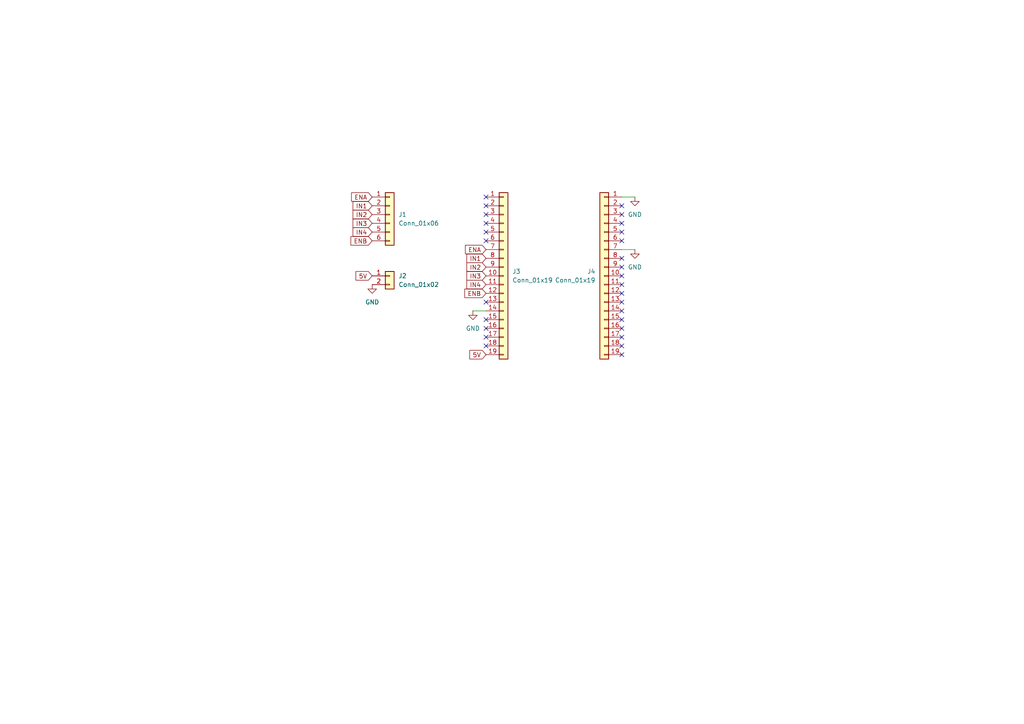
<source format=kicad_sch>
(kicad_sch (version 20231120) (generator "eeschema") (generator_version "8.0")
  (paper "A4")
  (lib_symbols
    (symbol "Connector_Generic:Conn_01x02" (pin_names (offset 1.016) hide)
      (property "Reference" "J" (at 0 2.54 0))
      (property "Value" "Conn_01x02" (at 0 -5.08 0))
      (symbol "Conn_01x02_1_1"
        (rectangle (start -1.27 -2.413) (end 0 -2.667) (stroke (width 0.1524)))
        (rectangle (start -1.27 0.127) (end 0 -0.127) (stroke (width 0.1524)))
        (rectangle (start -1.27 1.27) (end 1.27 -3.81) (stroke (width 0.254)) (fill (type background)))
        (pin passive line (at -5.08 0 0) (length 3.81) (name "Pin_1") (number "1"))
        (pin passive line (at -5.08 -2.54 0) (length 3.81) (name "Pin_2") (number "2"))
      )
    )
    (symbol "Connector_Generic:Conn_01x06" (pin_names (offset 1.016) hide)
      (property "Reference" "J" (at 0 7.62 0))
      (property "Value" "Conn_01x06" (at 0 -10.16 0))
      (symbol "Conn_01x06_1_1"
        (rectangle (start -1.27 -7.493) (end 0 -7.747) (stroke (width 0.1524)))
        (rectangle (start -1.27 -4.953) (end 0 -5.207) (stroke (width 0.1524)))
        (rectangle (start -1.27 -2.413) (end 0 -2.667) (stroke (width 0.1524)))
        (rectangle (start -1.27 0.127) (end 0 -0.127) (stroke (width 0.1524)))
        (rectangle (start -1.27 2.667) (end 0 2.413) (stroke (width 0.1524)))
        (rectangle (start -1.27 5.207) (end 0 4.953) (stroke (width 0.1524)))
        (rectangle (start -1.27 6.35) (end 1.27 -8.89) (stroke (width 0.254)) (fill (type background)))
        (pin passive line (at -5.08 5.08 0) (length 3.81) (name "Pin_1") (number "1"))
        (pin passive line (at -5.08 2.54 0) (length 3.81) (name "Pin_2") (number "2"))
        (pin passive line (at -5.08 0 0) (length 3.81) (name "Pin_3") (number "3"))
        (pin passive line (at -5.08 -2.54 0) (length 3.81) (name "Pin_4") (number "4"))
        (pin passive line (at -5.08 -5.08 0) (length 3.81) (name "Pin_5") (number "5"))
        (pin passive line (at -5.08 -7.62 0) (length 3.81) (name "Pin_6") (number "6"))
      )
    )
    (symbol "Connector_Generic:Conn_01x19" (pin_names (offset 1.016) hide)
      (property "Reference" "J" (at 0 25.4 0))
      (property "Value" "Conn_01x19" (at 0 -25.4 0))
      (symbol "Conn_01x19_1_1"
        (rectangle (start -1.27 -22.733) (end 0 -22.987) (stroke (width 0.1524)))
        (rectangle (start -1.27 -20.193) (end 0 -20.447) (stroke (width 0.1524)))
        (rectangle (start -1.27 -17.653) (end 0 -17.907) (stroke (width 0.1524)))
        (rectangle (start -1.27 -15.113) (end 0 -15.367) (stroke (width 0.1524)))
        (rectangle (start -1.27 -12.573) (end 0 -12.827) (stroke (width 0.1524)))
        (rectangle (start -1.27 -10.033) (end 0 -10.287) (stroke (width 0.1524)))
        (rectangle (start -1.27 -7.493) (end 0 -7.747) (stroke (width 0.1524)))
        (rectangle (start -1.27 -4.953) (end 0 -5.207) (stroke (width 0.1524)))
        (rectangle (start -1.27 -2.413) (end 0 -2.667) (stroke (width 0.1524)))
        (rectangle (start -1.27 0.127) (end 0 -0.127) (stroke (width 0.1524)))
        (rectangle (start -1.27 2.667) (end 0 2.413) (stroke (width 0.1524)))
        (rectangle (start -1.27 5.207) (end 0 4.953) (stroke (width 0.1524)))
        (rectangle (start -1.27 7.747) (end 0 7.493) (stroke (width 0.1524)))
        (rectangle (start -1.27 10.287) (end 0 10.033) (stroke (width 0.1524)))
        (rectangle (start -1.27 12.827) (end 0 12.573) (stroke (width 0.1524)))
        (rectangle (start -1.27 15.367) (end 0 15.113) (stroke (width 0.1524)))
        (rectangle (start -1.27 17.907) (end 0 17.653) (stroke (width 0.1524)))
        (rectangle (start -1.27 20.447) (end 0 20.193) (stroke (width 0.1524)))
        (rectangle (start -1.27 22.987) (end 0 22.733) (stroke (width 0.1524)))
        (rectangle (start -1.27 24.13) (end 1.27 -24.13) (stroke (width 0.254)) (fill (type background)))
        (pin passive line (at -5.08 22.86 0) (length 3.81) (name "Pin_1") (number "1"))
        (pin passive line (at -5.08 0 0) (length 3.81) (name "Pin_10") (number "10"))
        (pin passive line (at -5.08 -2.54 0) (length 3.81) (name "Pin_11") (number "11"))
        (pin passive line (at -5.08 -5.08 0) (length 3.81) (name "Pin_12") (number "12"))
        (pin passive line (at -5.08 -7.62 0) (length 3.81) (name "Pin_13") (number "13"))
        (pin passive line (at -5.08 -10.16 0) (length 3.81) (name "Pin_14") (number "14"))
        (pin passive line (at -5.08 -12.7 0) (length 3.81) (name "Pin_15") (number "15"))
        (pin passive line (at -5.08 -15.24 0) (length 3.81) (name "Pin_16") (number "16"))
        (pin passive line (at -5.08 -17.78 0) (length 3.81) (name "Pin_17") (number "17"))
        (pin passive line (at -5.08 -20.32 0) (length 3.81) (name "Pin_18") (number "18"))
        (pin passive line (at -5.08 -22.86 0) (length 3.81) (name "Pin_19") (number "19"))
        (pin passive line (at -5.08 20.32 0) (length 3.81) (name "Pin_2") (number "2"))
        (pin passive line (at -5.08 17.78 0) (length 3.81) (name "Pin_3") (number "3"))
        (pin passive line (at -5.08 15.24 0) (length 3.81) (name "Pin_4") (number "4"))
        (pin passive line (at -5.08 12.7 0) (length 3.81) (name "Pin_5") (number "5"))
        (pin passive line (at -5.08 10.16 0) (length 3.81) (name "Pin_6") (number "6"))
        (pin passive line (at -5.08 7.62 0) (length 3.81) (name "Pin_7") (number "7"))
        (pin passive line (at -5.08 5.08 0) (length 3.81) (name "Pin_8") (number "8"))
        (pin passive line (at -5.08 2.54 0) (length 3.81) (name "Pin_9") (number "9"))
      )
    )
    (symbol "power:GND" (power) (pin_numbers hide) (pin_names (offset 0) hide)
      (property "Value" "GND" (at 0 -3.81 0))
      (symbol "GND_0_1"
        (polyline (pts (xy 0 0) (xy 0 -1.27) (xy 1.27 -1.27) (xy 0 -2.54) (xy -1.27 -1.27) (xy 0 -1.27)))
      )
      (symbol "GND_1_1"
        (pin power_in line (at 0 0 270) (length 0) (name "~") (number "1"))
      )
    )
  )
  (no_connect (at 180.34 87.63))
  (no_connect (at 180.34 97.79))
  (no_connect (at 180.34 92.71))
  (no_connect (at 180.34 67.31))
  (no_connect (at 140.97 87.63))
  (no_connect (at 180.34 102.87))
  (no_connect (at 180.34 90.17))
  (no_connect (at 140.97 95.25))
  (no_connect (at 180.34 74.93))
  (no_connect (at 180.34 77.47))
  (no_connect (at 140.97 59.69))
  (no_connect (at 140.97 69.85))
  (no_connect (at 140.97 57.15))
  (no_connect (at 180.34 69.85))
  (no_connect (at 180.34 62.23))
  (no_connect (at 180.34 100.33))
  (no_connect (at 180.34 64.77))
  (no_connect (at 140.97 62.23))
  (no_connect (at 180.34 80.01))
  (no_connect (at 140.97 97.79))
  (no_connect (at 180.34 85.09))
  (no_connect (at 140.97 67.31))
  (no_connect (at 180.34 95.25))
  (no_connect (at 140.97 92.71))
  (no_connect (at 180.34 82.55))
  (no_connect (at 140.97 64.77))
  (no_connect (at 140.97 100.33))
  (no_connect (at 180.34 59.69))
  (wire (pts (xy 180.34 72.39) (xy 184.15 72.39)))
  (wire (pts (xy 180.34 57.15) (xy 184.15 57.15)))
  (wire (pts (xy 137.16 90.17) (xy 140.97 90.17)))
  (global_label "IN4" (shape input) (at 107.95 67.31 180) (property "Intersheetrefs" "${INTERSHEET_REFS}" (effects (hide yes))))
  (global_label "IN2" (shape input) (at 140.97 77.47 180) (property "Intersheetrefs" "${INTERSHEET_REFS}" (effects (hide yes))))
  (global_label "IN2" (shape input) (at 107.95 62.23 180) (property "Intersheetrefs" "${INTERSHEET_REFS}" (effects (hide yes))))
  (global_label "ENA" (shape input) (at 140.97 72.39 180) (property "Intersheetrefs" "${INTERSHEET_REFS}" (effects (hide yes))))
  (global_label "IN3" (shape input) (at 107.95 64.77 180) (property "Intersheetrefs" "${INTERSHEET_REFS}" (effects (hide yes))))
  (global_label "IN3" (shape input) (at 140.97 80.01 180) (property "Intersheetrefs" "${INTERSHEET_REFS}" (effects (hide yes))))
  (global_label "ENB" (shape input) (at 140.97 85.09 180) (property "Intersheetrefs" "${INTERSHEET_REFS}" (effects (hide yes))))
  (global_label "ENB" (shape input) (at 107.95 69.85 180) (property "Intersheetrefs" "${INTERSHEET_REFS}" (effects (hide yes))))
  (global_label "5V" (shape input) (at 107.95 80.01 180) (property "Intersheetrefs" "${INTERSHEET_REFS}" (effects (hide yes))))
  (global_label "5V" (shape input) (at 140.97 102.87 180) (property "Intersheetrefs" "${INTERSHEET_REFS}" (effects (hide yes))))
  (global_label "IN1" (shape input) (at 140.97 74.93 180) (property "Intersheetrefs" "${INTERSHEET_REFS}" (effects (hide yes))))
  (global_label "IN1" (shape input) (at 107.95 59.69 180) (property "Intersheetrefs" "${INTERSHEET_REFS}" (effects (hide yes))))
  (global_label "IN4" (shape input) (at 140.97 82.55 180) (property "Intersheetrefs" "${INTERSHEET_REFS}" (effects (hide yes))))
  (global_label "ENA" (shape input) (at 107.95 57.15 180) (property "Intersheetrefs" "${INTERSHEET_REFS}" (effects (hide yes))))
  (symbol (lib_id "power:GND") (at 107.95 82.55 0) (unit 1)
    (property "Reference" "#PWR01" (effects (hide yes)))
    (property "Value" "GND" (at 107.95 87.63 0))
    (property "Description" "Power symbol creates a global label with name \"GND\" , ground" (effects (hide yes)))
  )
  (symbol (lib_id "power:GND") (at 137.16 90.17 0) (unit 1)
    (property "Reference" "#PWR02" (effects (hide yes)))
    (property "Value" "GND" (at 137.16 95.25 0))
    (property "Description" "Power symbol creates a global label with name \"GND\" , ground" (effects (hide yes)))
  )
  (symbol (lib_id "Connector_Generic:Conn_01x06") (at 113.03 62.23 0) (unit 1)
    (property "Reference" "J1" (at 115.57 62.2299 0) (effects (justify left)))
    (property "Value" "Conn_01x06" (at 115.57 64.7699 0) (effects (justify left)))
    (property "Footprint" "Connector_PinSocket_2.54mm:PinSocket_1x06_P2.54mm_Vertical" (effects (hide yes)))
    (property "Description" "Generic connector, single row, 01x06, script generated (kicad-library-utils/schlib/autogen/connector/)" (effects (hide yes)))
  )
  (symbol (lib_id "Connector_Generic:Conn_01x19") (at 146.05 80.01 0) (unit 1)
    (property "Reference" "J3" (at 148.59 78.7399 0) (effects (justify left)))
    (property "Value" "Conn_01x19" (at 148.59 81.2799 0) (effects (justify left)))
    (property "Footprint" "Connector_PinSocket_2.54mm:PinSocket_1x19_P2.54mm_Vertical" (effects (hide yes)))
    (property "Description" "Generic connector, single row, 01x19, script generated (kicad-library-utils/schlib/autogen/connector/)" (effects (hide yes)))
  )
  (symbol (lib_id "power:GND") (at 184.15 57.15 0) (unit 1)
    (property "Reference" "#PWR03" (effects (hide yes)))
    (property "Value" "GND" (at 184.15 62.23 0))
    (property "Description" "Power symbol creates a global label with name \"GND\" , ground" (effects (hide yes)))
  )
  (symbol (lib_id "power:GND") (at 184.15 72.39 0) (unit 1)
    (property "Reference" "#PWR04" (effects (hide yes)))
    (property "Value" "GND" (at 184.15 77.47 0))
    (property "Description" "Power symbol creates a global label with name \"GND\" , ground" (effects (hide yes)))
  )
  (symbol (lib_id "Connector_Generic:Conn_01x02") (at 113.03 80.01 0) (unit 1)
    (property "Reference" "J2" (at 115.57 80.0099 0) (effects (justify left)))
    (property "Value" "Conn_01x02" (at 115.57 82.5499 0) (effects (justify left)))
    (property "Footprint" "Connector_PinSocket_2.54mm:PinSocket_1x02_P2.54mm_Vertical" (effects (hide yes)))
    (property "Description" "Generic connector, single row, 01x02, script generated (kicad-library-utils/schlib/autogen/connector/)" (effects (hide yes)))
  )
  (symbol (lib_id "Connector_Generic:Conn_01x19") (at 175.26 80.01 0) (mirror y) (unit 1)
    (property "Reference" "J4" (at 172.72 78.7399 0) (effects (justify left)))
    (property "Value" "Conn_01x19" (at 172.72 81.2799 0) (effects (justify left)))
    (property "Footprint" "Connector_PinSocket_2.54mm:PinSocket_1x19_P2.54mm_Vertical" (effects (hide yes)))
    (property "Description" "Generic connector, single row, 01x19, script generated (kicad-library-utils/schlib/autogen/connector/)" (effects (hide yes)))
  )
)
</source>
